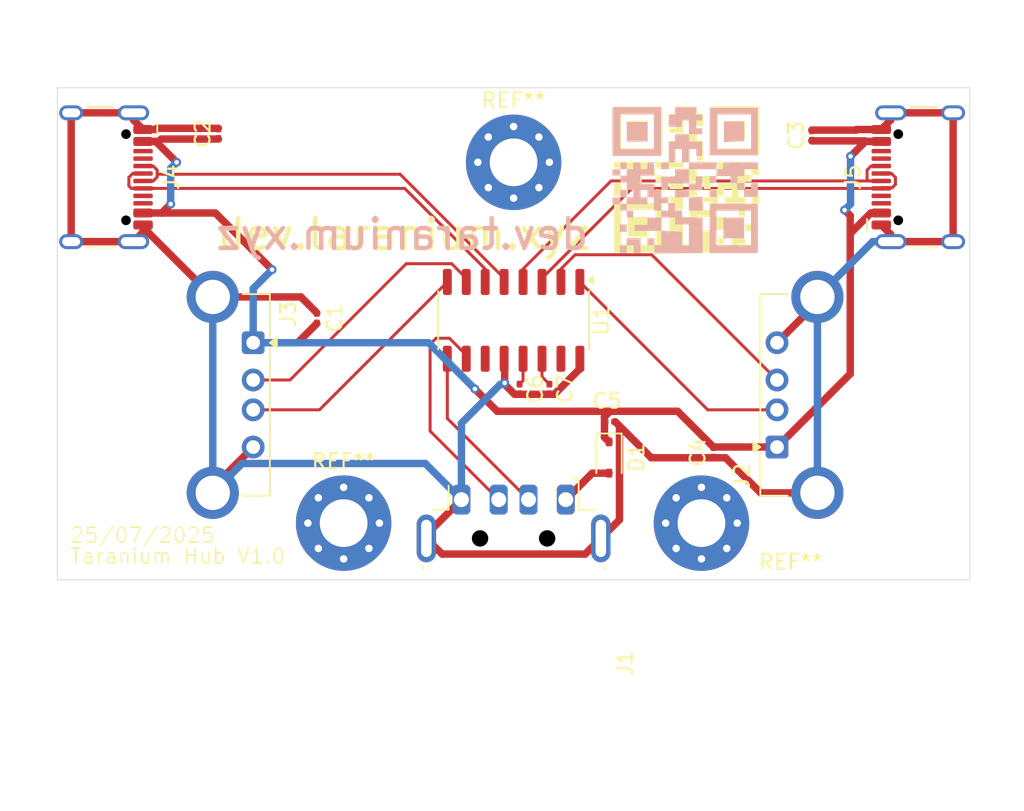
<source format=kicad_pcb>
(kicad_pcb (version 20241229) (generator "pcbnew") (generator_version "9.0")
  (layers (0 "F.Cu" signal) (2 "B.Cu" signal) (13 "F.Paste" user) (15 "B.Paste" user) (5 "F.SilkS" user "F.Silkscreen") (7 "B.SilkS" user "B.Silkscreen") (1 "F.Mask" user) (3 "B.Mask" user) (25 "Edge.Cuts" user))
  (net 0 "")
  (net 3 "GND")
  (net 4 "+5V")
  (net 5 "DM4")
  (net 6 "DP4")
  (net 7 "DM1")
  (net 8 "DP1")
  (net 11 "DM2")
  (net 12 "DP2")
  (net 13 "DP3")
  (net 14 "DM3")
  (net 17 "Net-(J1-D+)")
  (net 18 "Net-(J1-D-)")
  (net 19 "Net-(D1-A)")
  (net 20 "Net-(U1-VDD33)")
  (net 21 "Net-(U1-VDD18)")
  (footprint "Capacitor_SMD:C_0201_0603Metric" (layer "F.Cu") (at 101.8 84.8 -90)
    (property "Reference" "C7" (at 0 -1.05 90) (layer "F.SilkS"))
    (property "Value" "C_Small")
    (pad "1" smd roundrect (at -0.32 0 270) (size 0.46 0.4) (layers "F.Cu" "F.Mask") (net 21 "Net-(U1-VDD18)"))
    (pad "2" smd roundrect (at 0.32 0 270) (size 0.46 0.4) (layers "F.Cu" "F.Mask") (net 3 "GND"))
  )
  (footprint "Connector_USB:USB_A_Connfly_DS1095" (layer "F.Cu") (at 81.9325 81.7 -90)
    (property "Reference" "J3" (at -1.95 -2.35 90) (layer "F.SilkS"))
    (property "Value" "USB_A")
    (fp_line (start -3.26 0.7) (end -3.26 -1.12) (stroke (width 0.12)) (layer "F.SilkS"))
    (fp_line (start 10.26 0.7) (end 10.26 -1.12) (stroke (width 0.12)) (layer "F.SilkS"))
    (fp_line (start -3.26 -1.12) (end -0.3 -1.12) (stroke (width 0.12)) (layer "F.SilkS"))
    (fp_line (start 0.3 -1.12) (end 10.26 -1.12) (stroke (width 0.12)) (layer "F.SilkS"))
    (fp_poly (pts (xy 0 -1.12) (xy -0.34 -1.59) (xy 0.34 -1.59)) (stroke (width 0.12)) (fill yes) (layer "F.SilkS"))
    (pad "1" thru_hole roundrect (at 0 0 270) (size 1.524 1.524) (drill 0.92) (layers "*.Cu" "*.Mask") (roundrect_rratio 0.1640419948) (net 4 "+5V"))
    (pad "2" thru_hole circle (at 2.5 0 270) (size 1.524 1.524) (drill 0.92) (layers "*.Cu" "*.Mask") (net 7 "DM1"))
    (pad "3" thru_hole circle (at 4.5 0 270) (size 1.524 1.524) (drill 0.92) (layers "*.Cu" "*.Mask") (net 8 "DP1"))
    (pad "4" thru_hole circle (at 7 0 270) (size 1.524 1.524) (drill 0.92) (layers "*.Cu" "*.Mask") (net 3 "GND"))
    (pad "5" thru_hole circle (at -3.07 2.71 270) (size 3.5 3.5) (drill 2.3) (layers "*.Cu" "*.Mask") (net 3 "GND"))
    (pad "5" thru_hole circle (at 10.07 2.71 270) (size 3.5 3.5) (drill 2.3) (layers "*.Cu" "*.Mask") (net 3 "GND"))
  )
  (footprint "Package_SO:SO-16_3.9x9.9mm_P1.27mm" (layer "F.Cu") (at 99.4 80.2 -90)
    (property "Reference" "U1" (at 0 -5.9 90) (layer "F.SilkS"))
    (property "Value" "~")
    (fp_line (start 0 5.06) (end -1.95 5.06) (stroke (width 0.12)) (layer "F.SilkS"))
    (fp_line (start 0 5.06) (end 1.95 5.06) (stroke (width 0.12)) (layer "F.SilkS"))
    (fp_line (start 0 -5.06) (end -1.95 -5.06) (stroke (width 0.12)) (layer "F.SilkS"))
    (fp_line (start 0 -5.06) (end 1.95 -5.06) (stroke (width 0.12)) (layer "F.SilkS"))
    (fp_poly (pts (xy -2.7 -5.005) (xy -2.94 -5.335) (xy -2.46 -5.335)) (stroke (width 0.12)) (fill yes) (layer "F.SilkS"))
    (pad "1" smd roundrect (at -2.575 -4.445 270) (size 1.75 0.6) (layers "F.Cu" "F.Mask" "F.Paste") (net 5 "DM4"))
    (pad "2" smd roundrect (at -2.575 -3.175 270) (size 1.75 0.6) (layers "F.Cu" "F.Mask" "F.Paste") (net 6 "DP4"))
    (pad "3" smd roundrect (at -2.575 -1.905 270) (size 1.75 0.6) (layers "F.Cu" "F.Mask" "F.Paste") (net 14 "DM3"))
    (pad "4" smd roundrect (at -2.575 -0.635 270) (size 1.75 0.6) (layers "F.Cu" "F.Mask" "F.Paste") (net 13 "DP3"))
    (pad "5" smd roundrect (at -2.575 0.635 270) (size 1.75 0.6) (layers "F.Cu" "F.Mask" "F.Paste") (net 11 "DM2"))
    (pad "6" smd roundrect (at -2.575 1.905 270) (size 1.75 0.6) (layers "F.Cu" "F.Mask" "F.Paste") (net 12 "DP2"))
    (pad "7" smd roundrect (at -2.575 3.175 270) (size 1.75 0.6) (layers "F.Cu" "F.Mask" "F.Paste") (net 7 "DM1"))
    (pad "8" smd roundrect (at -2.575 4.445 270) (size 1.75 0.6) (layers "F.Cu" "F.Mask" "F.Paste") (net 8 "DP1"))
    (pad "9" smd roundrect (at 2.575 4.445 270) (size 1.75 0.6) (layers "F.Cu" "F.Mask" "F.Paste") (net 18 "Net-(J1-D-)"))
    (pad "10" smd roundrect (at 2.575 3.175 270) (size 1.75 0.6) (layers "F.Cu" "F.Mask" "F.Paste") (net 17 "Net-(J1-D+)"))
    (pad "11" smd roundrect (at 2.575 1.905 270) (size 1.75 0.6) (layers "F.Cu" "F.Mask" "F.Paste"))
    (pad "12" smd roundrect (at 2.575 0.635 270) (size 1.75 0.6) (layers "F.Cu" "F.Mask" "F.Paste") (net 3 "GND"))
    (pad "13" smd roundrect (at 2.575 -0.635 270) (size 1.75 0.6) (layers "F.Cu" "F.Mask" "F.Paste") (net 20 "Net-(U1-VDD33)"))
    (pad "14" smd roundrect (at 2.575 -1.905 270) (size 1.75 0.6) (layers "F.Cu" "F.Mask" "F.Paste") (net 21 "Net-(U1-VDD18)"))
    (pad "15" smd roundrect (at 2.575 -3.175 270) (size 1.75 0.6) (layers "F.Cu" "F.Mask" "F.Paste"))
    (pad "16" smd roundrect (at 2.575 -4.445 270) (size 1.75 0.6) (layers "F.Cu" "F.Mask" "F.Paste") (net 3 "GND"))
  )
  (footprint "Connector_USB:USB_A_Molex_48037-2200_Horizontal" (layer "F.Cu") (at 99.4 103.2 -90)
    (property "Reference" "J1" (at 0 -7.5 90) (layer "F.SilkS"))
    (property "Value" "USB_A")
    (fp_line (start -6.515 6.11) (end -6.245 6.11) (stroke (width 0.12)) (layer "F.SilkS"))
    (fp_line (start -11.92 4.36) (end -10.3 4.36) (stroke (width 0.12)) (layer "F.SilkS"))
    (fp_line (start -10.3 4.36) (end -10.3 5.4) (stroke (width 0.12)) (layer "F.SilkS"))
    (fp_line (start -12.4 -4.36) (end -12.4 -3.9) (stroke (width 0.12)) (layer "F.SilkS"))
    (fp_line (start -12.4 -4.36) (end -10.3 -4.36) (stroke (width 0.12)) (layer "F.SilkS"))
    (fp_line (start -10.3 -5.4) (end -10.3 -4.36) (stroke (width 0.12)) (layer "F.SilkS"))
    (fp_line (start -6.515 -6.11) (end -6.245 -6.11) (stroke (width 0.12)) (layer "F.SilkS"))
    (pad "" np_thru_hole circle (at -8.375 -2.25 270) (size 1.1 1.1) (drill 1.1) (layers "*.Mask"))
    (pad "" np_thru_hole circle (at -8.375 2.25 270) (size 1.1 1.1) (drill 1.1) (layers "*.Mask"))
    (pad "1" thru_hole roundrect (at -10.975 -3.5 270) (size 2 1.2) (drill 1) (layers "*.Cu" "F.Mask" "F.Paste") (net 19 "Net-(D1-A)"))
    (pad "2" thru_hole roundrect (at -10.975 -1 270) (size 2 1.2) (drill 1) (layers "*.Cu" "F.Mask" "F.Paste") (net 18 "Net-(J1-D-)"))
    (pad "3" thru_hole roundrect (at -10.975 1 270) (size 2 1.2) (drill 1) (layers "*.Cu" "F.Mask" "F.Paste") (net 17 "Net-(J1-D+)"))
    (pad "4" thru_hole roundrect (at -10.975 3.5 270) (size 2 1.2) (drill 1) (layers "*.Cu" "F.Mask" "F.Paste") (net 3 "GND"))
    (pad "5" thru_hole oval (at -8.375 -5.85 270) (size 3.2 1.3) (drill oval 2.5 0.7) (property pad_prop_heatsink) (layers "*.Cu" "*.Mask") (net 3 "GND"))
    (pad "5" thru_hole oval (at -8.375 5.85 270) (size 3.2 1.3) (drill oval 2.5 0.7) (property pad_prop_heatsink) (layers "*.Cu" "*.Mask") (net 3 "GND"))
  )
  (footprint "Connector_USB:USB_C_Receptacle_HCTL_HC-TYPE-C-16P-01A" (layer "F.Cu") (at 127.805 70.6 90)
    (property "Reference" "J5" (at 0 -5.645 90) (layer "F.SilkS"))
    (property "Value" "USB_C_Receptacle_USB2.0_16P")
    (fp_line (start -2.8 -4.7) (end -3.6 -4.7) (stroke (width 0.12)) (layer "F.SilkS"))
    (fp_line (start 4.7 -1.78) (end 4.7 0) (stroke (width 0.12)) (layer "F.SilkS"))
    (fp_line (start -4.7 -1.78) (end -4.7 0) (stroke (width 0.12)) (layer "F.SilkS"))
    (pad "" np_thru_hole circle (at -2.89 -2.605 90) (size 0.65 0.65) (drill 0.65) (layers "*.Mask"))
    (pad "" np_thru_hole circle (at 2.89 -2.605 90) (size 0.65 0.65) (drill 0.65) (layers "*.Mask"))
    (pad "A1" smd roundrect (at -3.2 -3.745 90) (size 0.6 1.3) (layers "F.Cu" "F.Mask" "F.Paste") (net 3 "GND"))
    (pad "A4" smd roundrect (at -2.4 -3.745 90) (size 0.6 1.3) (layers "F.Cu" "F.Mask" "F.Paste") (net 4 "+5V"))
    (pad "A5" smd roundrect (at -1.25 -3.745 90) (size 0.3 1.3) (layers "F.Cu" "F.Mask" "F.Paste") (net 3 "GND"))
    (pad "A6" smd roundrect (at -0.25 -3.745 90) (size 0.3 1.3) (layers "F.Cu" "F.Mask" "F.Paste") (net 13 "DP3"))
    (pad "A7" smd roundrect (at 0.25 -3.745 90) (size 0.3 1.3) (layers "F.Cu" "F.Mask" "F.Paste") (net 14 "DM3"))
    (pad "A8" smd roundrect (at 1.25 -3.745 90) (size 0.3 1.3) (layers "F.Cu" "F.Mask" "F.Paste"))
    (pad "A9" smd roundrect (at 2.4 -3.745 90) (size 0.6 1.3) (layers "F.Cu" "F.Mask" "F.Paste") (net 4 "+5V"))
    (pad "A12" smd roundrect (at 3.2 -3.745 90) (size 0.6 1.3) (layers "F.Cu" "F.Mask" "F.Paste") (net 3 "GND"))
    (pad "B1" smd roundrect (at 3.2 -3.745 90) (size 0.6 1.3) (layers "F.Cu" "F.Mask" "F.Paste") (net 3 "GND"))
    (pad "B4" smd roundrect (at 2.4 -3.745 90) (size 0.6 1.3) (layers "F.Cu" "F.Mask" "F.Paste") (net 4 "+5V"))
    (pad "B5" smd roundrect (at 1.75 -3.745 90) (size 0.3 1.3) (layers "F.Cu" "F.Mask" "F.Paste") (net 3 "GND"))
    (pad "B6" smd roundrect (at 0.75 -3.745 90) (size 0.3 1.3) (layers "F.Cu" "F.Mask" "F.Paste") (net 13 "DP3"))
    (pad "B7" smd roundrect (at -0.75 -3.745 90) (size 0.3 1.3) (layers "F.Cu" "F.Mask" "F.Paste") (net 14 "DM3"))
    (pad "B8" smd roundrect (at -1.75 -3.745 90) (size 0.3 1.3) (layers "F.Cu" "F.Mask" "F.Paste"))
    (pad "B9" smd roundrect (at -2.4 -3.745 90) (size 0.6 1.3) (layers "F.Cu" "F.Mask" "F.Paste") (net 4 "+5V"))
    (pad "B12" smd roundrect (at -3.2 -3.745 90) (size 0.6 1.3) (layers "F.Cu" "F.Mask" "F.Paste") (net 3 "GND"))
    (pad "S1" thru_hole oval (at -4.32 -3.105 90) (size 1 2.1) (drill oval 0.6 1.7) (property pad_prop_heatsink) (layers "*.Cu" "*.Mask") (net 3 "GND"))
    (pad "S1" thru_hole oval (at -4.32 1.075 90) (size 1 1.6) (drill oval 0.6 1.2) (property pad_prop_heatsink) (layers "*.Cu" "*.Mask") (net 3 "GND"))
    (pad "S1" thru_hole oval (at 4.32 -3.105 90) (size 1 2.1) (drill oval 0.6 1.7) (property pad_prop_heatsink) (layers "*.Cu" "*.Mask") (net 3 "GND"))
    (pad "S1" thru_hole oval (at 4.32 1.075 90) (size 1 1.6) (drill oval 0.6 1.2) (property pad_prop_heatsink) (layers "*.Cu" "*.Mask") (net 3 "GND"))
  )
  (footprint "MountingHole:MountingHole_3.2mm_M3_Pad_Via" (layer "F.Cu") (at 112 93.8)
    (property "Reference" "REF**" (at 6 2.6 0) (layer "F.SilkS"))
    (property "Value" "MountingHole_3.2mm_M3_Pad_Via")
    (pad "1" thru_hole circle (at -2.4 0) (size 0.8 0.8) (drill 0.5) (layers "*.Cu" "*.Mask"))
    (pad "1" thru_hole circle (at -1.697056 -1.697056) (size 0.8 0.8) (drill 0.5) (layers "*.Cu" "*.Mask"))
    (pad "1" thru_hole circle (at -1.697056 1.697056) (size 0.8 0.8) (drill 0.5) (layers "*.Cu" "*.Mask"))
    (pad "1" thru_hole circle (at 0 -2.4) (size 0.8 0.8) (drill 0.5) (layers "*.Cu" "*.Mask"))
    (pad "1" thru_hole circle (at 0 0) (size 6.4 6.4) (drill 3.2) (layers "*.Cu" "*.Mask"))
    (pad "1" thru_hole circle (at 0 2.4) (size 0.8 0.8) (drill 0.5) (layers "*.Cu" "*.Mask"))
    (pad "1" thru_hole circle (at 1.697056 -1.697056) (size 0.8 0.8) (drill 0.5) (layers "*.Cu" "*.Mask"))
    (pad "1" thru_hole circle (at 1.697056 1.697056) (size 0.8 0.8) (drill 0.5) (layers "*.Cu" "*.Mask"))
    (pad "1" thru_hole circle (at 2.4 0) (size 0.8 0.8) (drill 0.5) (layers "*.Cu" "*.Mask"))
  )
  (footprint "Capacitor_SMD:C_0201_0603Metric" (layer "F.Cu") (at 105.855 87 180)
    (property "Reference" "C5" (at 0.19 1.4 0) (layer "F.SilkS"))
    (property "Value" "C_Small")
    (pad "1" smd roundrect (at -0.32 0 180) (size 0.46 0.4) (layers "F.Cu" "F.Mask") (net 3 "GND"))
    (pad "2" smd roundrect (at 0.32 0 180) (size 0.46 0.4) (layers "F.Cu" "F.Mask") (net 4 "+5V"))
  )
  (footprint "Capacitor_SMD:C_0201_0603Metric" (layer "F.Cu") (at 112.8 89.055 90)
    (property "Reference" "C4" (at 0 -1.05 90) (layer "F.SilkS"))
    (property "Value" "C_Small")
    (pad "1" smd roundrect (at -0.32 0 90) (size 0.46 0.4) (layers "F.Cu" "F.Mask") (net 3 "GND"))
    (pad "2" smd roundrect (at 0.32 0 90) (size 0.46 0.4) (layers "F.Cu" "F.Mask") (net 4 "+5V"))
  )
  (footprint "Capacitor_SMD:C_0201_0603Metric" (layer "F.Cu") (at 99.8 84.8 -90)
    (property "Reference" "C6" (at 0 -1.05 90) (layer "F.SilkS"))
    (property "Value" "C_Small")
    (pad "1" smd roundrect (at -0.32 0 270) (size 0.46 0.4) (layers "F.Cu" "F.Mask") (net 20 "Net-(U1-VDD33)"))
    (pad "2" smd roundrect (at 0.32 0 270) (size 0.46 0.4) (layers "F.Cu" "F.Mask") (net 3 "GND"))
  )
  (footprint "Diode_SMD:D_SOD-323" (layer "F.Cu") (at 105.8 89.4 -90)
    (property "Reference" "D1" (at 0 -1.85 90) (layer "F.SilkS"))
    (property "Value" "D_Small")
    (fp_line (start -1.61 0.85) (end 1.05 0.85) (stroke (width 0.12)) (layer "F.SilkS"))
    (fp_line (start -1.61 -0.85) (end -1.61 0.85) (stroke (width 0.12)) (layer "F.SilkS"))
    (fp_line (start -1.61 -0.85) (end 1.05 -0.85) (stroke (width 0.12)) (layer "F.SilkS"))
    (pad "1" smd roundrect (at -1.05 0 270) (size 0.6 0.45) (layers "F.Cu" "F.Mask" "F.Paste") (net 4 "+5V"))
    (pad "2" smd roundrect (at 1.05 0 270) (size 0.6 0.45) (layers "F.Cu" "F.Mask" "F.Paste") (net 19 "Net-(D1-A)"))
  )
  (footprint "Capacitor_SMD:C_0201_0603Metric" (layer "F.Cu") (at 79.6 67.68 90)
    (property "Reference" "C2" (at 0 -1.05 90) (layer "F.SilkS"))
    (property "Value" "C_Small")
    (pad "1" smd roundrect (at -0.32 0 90) (size 0.46 0.4) (layers "F.Cu" "F.Mask") (net 4 "+5V"))
    (pad "2" smd roundrect (at 0.32 0 90) (size 0.46 0.4) (layers "F.Cu" "F.Mask") (net 3 "GND"))
  )
  (footprint "MountingHole:MountingHole_3.2mm_M3_Pad_Via" (layer "F.Cu") (at 99.4 69.6)
    (property "Reference" "REF**" (at 0 -4.15 0) (layer "F.SilkS"))
    (property "Value" "MountingHole_3.2mm_M3_Pad_Via")
    (pad "1" thru_hole circle (at -2.4 0) (size 0.8 0.8) (drill 0.5) (layers "*.Cu" "*.Mask"))
    (pad "1" thru_hole circle (at -1.697056 -1.697056) (size 0.8 0.8) (drill 0.5) (layers "*.Cu" "*.Mask"))
    (pad "1" thru_hole circle (at -1.697056 1.697056) (size 0.8 0.8) (drill 0.5) (layers "*.Cu" "*.Mask"))
    (pad "1" thru_hole circle (at 0 -2.4) (size 0.8 0.8) (drill 0.5) (layers "*.Cu" "*.Mask"))
    (pad "1" thru_hole circle (at 0 0) (size 6.4 6.4) (drill 3.2) (layers "*.Cu" "*.Mask"))
    (pad "1" thru_hole circle (at 0 2.4) (size 0.8 0.8) (drill 0.5) (layers "*.Cu" "*.Mask"))
    (pad "1" thru_hole circle (at 1.697056 -1.697056) (size 0.8 0.8) (drill 0.5) (layers "*.Cu" "*.Mask"))
    (pad "1" thru_hole circle (at 1.697056 1.697056) (size 0.8 0.8) (drill 0.5) (layers "*.Cu" "*.Mask"))
    (pad "1" thru_hole circle (at 2.4 0) (size 0.8 0.8) (drill 0.5) (layers "*.Cu" "*.Mask"))
  )
  (footprint "MountingHole:MountingHole_3.2mm_M3_Pad_Via" (layer "F.Cu") (at 88 93.8)
    (property "Reference" "REF**" (at 0 -4.15 0) (layer "F.SilkS"))
    (property "Value" "MountingHole_3.2mm_M3_Pad_Via")
    (pad "1" thru_hole circle (at -2.4 0) (size 0.8 0.8) (drill 0.5) (layers "*.Cu" "*.Mask"))
    (pad "1" thru_hole circle (at -1.697056 -1.697056) (size 0.8 0.8) (drill 0.5) (layers "*.Cu" "*.Mask"))
    (pad "1" thru_hole circle (at -1.697056 1.697056) (size 0.8 0.8) (drill 0.5) (layers "*.Cu" "*.Mask"))
    (pad "1" thru_hole circle (at 0 -2.4) (size 0.8 0.8) (drill 0.5) (layers "*.Cu" "*.Mask"))
    (pad "1" thru_hole circle (at 0 0) (size 6.4 6.4) (drill 3.2) (layers "*.Cu" "*.Mask"))
    (pad "1" thru_hole circle (at 0 2.4) (size 0.8 0.8) (drill 0.5) (layers "*.Cu" "*.Mask"))
    (pad "1" thru_hole circle (at 1.697056 -1.697056) (size 0.8 0.8) (drill 0.5) (layers "*.Cu" "*.Mask"))
    (pad "1" thru_hole circle (at 1.697056 1.697056) (size 0.8 0.8) (drill 0.5) (layers "*.Cu" "*.Mask"))
    (pad "1" thru_hole circle (at 2.4 0) (size 0.8 0.8) (drill 0.5) (layers "*.Cu" "*.Mask"))
  )
  (footprint "Capacitor_SMD:C_0201_0603Metric" (layer "F.Cu") (at 119.4 67.8 90)
    (property "Reference" "C3" (at 0 -1.05 90) (layer "F.SilkS"))
    (property "Value" "C_Small")
    (pad "1" smd roundrect (at -0.32 0 90) (size 0.46 0.4) (layers "F.Cu" "F.Mask") (net 4 "+5V"))
    (pad "2" smd roundrect (at 0.32 0 90) (size 0.46 0.4) (layers "F.Cu" "F.Mask") (net 3 "GND"))
  )
  (footprint "Capacitor_SMD:C_0201_0603Metric" (layer "F.Cu") (at 86.2 80.055 90)
    (property "Reference" "C1" (at 0 1.2 90) (layer "F.SilkS"))
    (property "Value" "C_Small")
    (pad "1" smd roundrect (at -0.32 0 90) (size 0.46 0.4) (layers "F.Cu" "F.Mask") (net 4 "+5V"))
    (pad "2" smd roundrect (at 0.32 0 90) (size 0.46 0.4) (layers "F.Cu" "F.Mask") (net 3 "GND"))
  )
  (footprint "Connector_USB:USB_C_Receptacle_HCTL_HC-TYPE-C-16P-01A" (layer "F.Cu") (at 70.8 70.6 -90)
    (property "Reference" "J4" (at 0 -5.645 90) (layer "F.SilkS"))
    (property "Value" "USB_C_Receptacle_USB2.0_16P")
    (fp_line (start -4.7 -1.78) (end -4.7 0) (stroke (width 0.12)) (layer "F.SilkS"))
    (fp_line (start 4.7 -1.78) (end 4.7 0) (stroke (width 0.12)) (layer "F.SilkS"))
    (fp_line (start -2.8 -4.7) (end -3.6 -4.7) (stroke (width 0.12)) (layer "F.SilkS"))
    (pad "" np_thru_hole circle (at -2.89 -2.605 270) (size 0.65 0.65) (drill 0.65) (layers "*.Mask"))
    (pad "" np_thru_hole circle (at 2.89 -2.605 270) (size 0.65 0.65) (drill 0.65) (layers "*.Mask"))
    (pad "A1" smd roundrect (at -3.2 -3.745 270) (size 0.6 1.3) (layers "F.Cu" "F.Mask" "F.Paste") (net 3 "GND"))
    (pad "A4" smd roundrect (at -2.4 -3.745 270) (size 0.6 1.3) (layers "F.Cu" "F.Mask" "F.Paste") (net 4 "+5V"))
    (pad "A5" smd roundrect (at -1.25 -3.745 270) (size 0.3 1.3) (layers "F.Cu" "F.Mask" "F.Paste") (net 3 "GND"))
    (pad "A6" smd roundrect (at -0.25 -3.745 270) (size 0.3 1.3) (layers "F.Cu" "F.Mask" "F.Paste") (net 12 "DP2"))
    (pad "A7" smd roundrect (at 0.25 -3.745 270) (size 0.3 1.3) (layers "F.Cu" "F.Mask" "F.Paste") (net 11 "DM2"))
    (pad "A8" smd roundrect (at 1.25 -3.745 270) (size 0.3 1.3) (layers "F.Cu" "F.Mask" "F.Paste"))
    (pad "A9" smd roundrect (at 2.4 -3.745 270) (size 0.6 1.3) (layers "F.Cu" "F.Mask" "F.Paste") (net 4 "+5V"))
    (pad "A12" smd roundrect (at 3.2 -3.745 270) (size 0.6 1.3) (layers "F.Cu" "F.Mask" "F.Paste") (net 3 "GND"))
    (pad "B1" smd roundrect (at 3.2 -3.745 270) (size 0.6 1.3) (layers "F.Cu" "F.Mask" "F.Paste") (net 3 "GND"))
    (pad "B4" smd roundrect (at 2.4 -3.745 270) (size 0.6 1.3) (layers "F.Cu" "F.Mask" "F.Paste") (net 4 "+5V"))
    (pad "B5" smd roundrect (at 1.75 -3.745 270) (size 0.3 1.3) (layers "F.Cu" "F.Mask" "F.Paste") (net 3 "GND"))
    (pad "B6" smd roundrect (at 0.75 -3.745 270) (size 0.3 1.3) (layers "F.Cu" "F.Mask" "F.Paste") (net 12 "DP2"))
    (pad "B7" smd roundrect (at -0.75 -3.745 270) (size 0.3 1.3) (layers "F.Cu" "F.Mask" "F.Paste") (net 11 "DM2"))
    (pad "B8" smd roundrect (at -1.75 -3.745 270) (size 0.3 1.3) (layers "F.Cu" "F.Mask" "F.Paste"))
    (pad "B9" smd roundrect (at -2.4 -3.745 270) (size 0.6 1.3) (layers "F.Cu" "F.Mask" "F.Paste") (net 4 "+5V"))
    (pad "B12" smd roundrect (at -3.2 -3.745 270) (size 0.6 1.3) (layers "F.Cu" "F.Mask" "F.Paste") (net 3 "GND"))
    (pad "S1" thru_hole oval (at -4.32 -3.105 270) (size 1 2.1) (drill oval 0.6 1.7) (property pad_prop_heatsink) (layers "*.Cu" "*.Mask") (net 3 "GND"))
    (pad "S1" thru_hole oval (at -4.32 1.075 270) (size 1 1.6) (drill oval 0.6 1.2) (property pad_prop_heatsink) (layers "*.Cu" "*.Mask") (net 3 "GND"))
    (pad "S1" thru_hole oval (at 4.32 -3.105 270) (size 1 2.1) (drill oval 0.6 1.7) (property pad_prop_heatsink) (layers "*.Cu" "*.Mask") (net 3 "GND"))
    (pad "S1" thru_hole oval (at 4.32 1.075 270) (size 1 1.6) (drill oval 0.6 1.2) (property pad_prop_heatsink) (layers "*.Cu" "*.Mask") (net 3 "GND"))
  )
  (footprint "Connector_USB:USB_A_Connfly_DS1095" (layer "F.Cu") (at 117.0675 88.7 90)
    (property "Reference" "J2" (at -1.95 -2.35 90) (layer "F.SilkS"))
    (property "Value" "USB_A")
    (fp_line (start 0.3 -1.12) (end 10.26 -1.12) (stroke (width 0.12)) (layer "F.SilkS"))
    (fp_line (start -3.26 -1.12) (end -0.3 -1.12) (stroke (width 0.12)) (layer "F.SilkS"))
    (fp_line (start 10.26 0.7) (end 10.26 -1.12) (stroke (width 0.12)) (layer "F.SilkS"))
    (fp_line (start -3.26 0.7) (end -3.26 -1.12) (stroke (width 0.12)) (layer "F.SilkS"))
    (fp_poly (pts (xy 0 -1.12) (xy -0.34 -1.59) (xy 0.34 -1.59)) (stroke (width 0.12)) (fill yes) (layer "F.SilkS"))
    (pad "1" thru_hole roundrect (at 0 0 90) (size 1.524 1.524) (drill 0.92) (layers "*.Cu" "*.Mask") (roundrect_rratio 0.1640419948) (net 4 "+5V"))
    (pad "2" thru_hole circle (at 2.5 0 90) (size 1.524 1.524) (drill 0.92) (layers "*.Cu" "*.Mask") (net 5 "DM4"))
    (pad "3" thru_hole circle (at 4.5 0 90) (size 1.524 1.524) (drill 0.92) (layers "*.Cu" "*.Mask") (net 6 "DP4"))
    (pad "4" thru_hole circle (at 7 0 90) (size 1.524 1.524) (drill 0.92) (layers "*.Cu" "*.Mask") (net 3 "GND"))
    (pad "5" thru_hole circle (at -3.07 2.71 90) (size 3.5 3.5) (drill 2.3) (layers "*.Cu" "*.Mask") (net 3 "GND"))
    (pad "5" thru_hole circle (at 10.07 2.71 90) (size 3.5 3.5) (drill 2.3) (layers "*.Cu" "*.Mask") (net 3 "GND"))
  )
  (gr_poly (pts (xy 112.156249 72.789062) (xy 112.586197 72.789062) (xy 112.61927 72.789062) (xy 112.61927 73.252083) (xy 112.586197 73.252083) (xy 111.693229 73.252083) (xy 111.693229 73.715104) (xy 110.767187 73.715104) (xy 110.767187 75.104166) (xy 111.230208 75.104166) (xy 111.230208 74.211198) (xy 112.61927 74.145052) (xy 112.61927 75.104166) (xy 113.082291 75.104166) (xy 113.082291 75.666406) (xy 109.841145 75.633333) (xy 109.841145 73.252083) (xy 111.197135 73.252083) (xy 111.230208 72.789062) (xy 111.693229 72.789062) (xy 111.693229 72.292968) (xy 112.156249 72.292968)) (fill yes) (layer "F.SilkS"))
  (gr_poly (pts (xy 113.545312 75.104166) (xy 113.082291 75.104166) (xy 113.082291 74.641146) (xy 113.545312 74.641146)) (fill yes) (layer "F.SilkS"))
  (gr_poly (pts (xy 114.934375 75.104166) (xy 114.471353 75.104166) (xy 114.471353 75.633333) (xy 114.008333 75.633333) (xy 114.008333 74.641146) (xy 114.934375 74.641146)) (fill yes) (layer "F.SilkS"))
  (gr_poly (pts (xy 111.693229 66.339844) (xy 112.123176 66.339844) (xy 112.123176 67.166667) (xy 111.230208 67.166667) (xy 111.230208 66.736719) (xy 110.767187 66.736719) (xy 110.767187 67.66276) (xy 109.874218 67.66276) (xy 109.874218 67.265885) (xy 110.271093 67.265885) (xy 110.271093 66.736719) (xy 109.874218 66.736719) (xy 109.874218 66.339844) (xy 110.271093 66.339844) (xy 110.271093 65.84375) (xy 111.693229 65.84375)) (fill yes) (layer "F.SilkS"))
  (gr_poly (pts (xy 108.41901 68.191927) (xy 107.063021 68.125781) (xy 107.063021 66.802865) (xy 108.41901 66.802865)) (fill yes) (layer "F.SilkS"))
  (gr_poly (pts (xy 111.693229 68.158854) (xy 112.123176 68.158854) (xy 112.123176 69.547916) (xy 111.693229 69.547916) (xy 111.693229 68.654948) (xy 111.230208 68.654948) (xy 111.230208 69.547916) (xy 110.767187 69.547916) (xy 110.767187 68.654948) (xy 110.271093 68.654948) (xy 110.271093 69.117969) (xy 109.874218 69.117969) (xy 109.874218 68.158854) (xy 110.767187 68.158854) (xy 110.767187 67.66276) (xy 111.693229 67.66276)) (fill yes) (layer "F.SilkS"))
  (gr_poly (pts (xy 114.934375 73.252083) (xy 114.504427 73.252083) (xy 114.504427 72.789062) (xy 114.934375 72.789062)) (fill yes) (layer "F.SilkS"))
  (gr_poly (pts (xy 109.378125 75.633333) (xy 106.136979 75.633333) (xy 106.136979 75.104166) (xy 106.6 75.104166) (xy 108.915104 75.104166) (xy 108.915104 72.789062) (xy 106.6 72.789062) (xy 106.6 75.104166) (xy 106.136979 75.104166) (xy 106.136979 72.326041) (xy 109.378125 72.326041)) (fill yes) (layer "F.SilkS"))
  (gr_poly (pts (xy 113.545312 73.748177) (xy 114.405208 73.748177) (xy 114.405208 74.145052) (xy 112.61927 74.145052) (xy 112.61927 73.252083) (xy 113.545312 73.252083)) (fill yes) (layer "F.SilkS"))
  (gr_poly (pts (xy 110.304166 70.970052) (xy 110.767187 70.970052) (xy 110.767187 71.4) (xy 109.841145 71.4) (xy 109.874218 70.507031) (xy 110.304166 70.507031)) (fill yes) (layer "F.SilkS"))
  (gr_poly (pts (xy 108.452083 74.641146) (xy 107.063021 74.641146) (xy 107.063021 73.252083) (xy 108.452083 73.252083)) (fill yes) (layer "F.SilkS"))
  (gr_poly (pts (xy 109.378125 70.936979) (xy 108.915104 70.936979) (xy 108.915104 70.473958) (xy 109.378125 70.473958)) (fill yes) (layer "F.SilkS"))
  (gr_poly (pts (xy 110.767187 71.896093) (xy 110.767187 72.789062) (xy 109.841145 72.789062) (xy 109.841145 71.86302)) (fill yes) (layer "F.SilkS"))
  (gr_poly (pts (xy 115.397395 74.211198) (xy 114.934375 74.211198) (xy 114.934375 74.145052) (xy 114.934375 73.715104) (xy 115.397395 73.715104)) (fill yes) (layer "F.SilkS"))
  (gr_poly (pts (xy 115.364323 72.789062) (xy 114.934375 72.789062) (xy 114.934375 72.359114) (xy 115.364323 72.359114)) (fill yes) (layer "F.SilkS"))
  (gr_poly (pts (xy 109.378125 69.084896) (xy 106.136979 69.084896) (xy 106.136979 68.654948) (xy 106.6 68.654948) (xy 108.882031 68.654948) (xy 108.882031 66.339844) (xy 106.6 66.339844) (xy 106.6 68.654948) (xy 106.136979 68.654948) (xy 106.136979 65.876823) (xy 109.378125 65.876823)) (fill yes) (layer "F.SilkS"))
  (gr_poly (pts (xy 108.485156 70.010937) (xy 108.915104 70.010937) (xy 108.915104 70.04401) (xy 108.915104 70.473958) (xy 107.989062 70.473958) (xy 107.989062 70.936979) (xy 107.526041 70.936979) (xy 107.526041 70.473958) (xy 107.063021 70.473958) (xy 107.063021 70.010937) (xy 106.136979 70.010937) (xy 106.136979 69.547916) (xy 108.452083 69.547916)) (fill yes) (layer "F.SilkS"))
  (gr_poly (pts (xy 111.693229 71.896093) (xy 110.767187 71.896093) (xy 110.767187 71.433073) (xy 111.693229 71.4)) (fill yes) (layer "F.SilkS"))
  (gr_poly (pts (xy 113.545312 70.010937) (xy 114.008333 70.010937) (xy 114.008333 69.547916) (xy 114.504427 69.547916) (xy 114.504427 70.010937) (xy 114.934375 70.010937) (xy 114.934375 70.440885) (xy 115.364323 70.440885) (xy 115.364323 70.903906) (xy 114.934375 70.903906) (xy 114.934375 71.4) (xy 114.504427 71.4) (xy 114.504427 71.896093) (xy 114.934375 71.896093) (xy 114.934375 72.359114) (xy 113.545312 72.359114) (xy 113.545312 71.896093) (xy 114.008333 71.896093) (xy 114.008333 71.4) (xy 113.545312 71.4) (xy 113.545312 71.896093) (xy 113.115364 71.896093) (xy 113.115364 72.789062) (xy 112.61927 72.789062) (xy 112.61927 72.292968) (xy 112.156249 72.292968) (xy 112.156249 71.896093) (xy 112.61927 71.896093) (xy 112.61927 71.4) (xy 113.082291 71.4) (xy 113.082291 70.970052) (xy 114.008333 70.970052) (xy 114.008333 70.440885) (xy 113.082291 70.440885) (xy 113.115364 69.547916) (xy 113.545312 69.547916)) (fill yes) (layer "F.SilkS"))
  (gr_poly (pts (xy 109.378125 71.433073) (xy 109.378125 71.86302) (xy 108.915104 71.86302) (xy 108.915104 71.4)) (fill yes) (layer "F.SilkS"))
  (gr_poly (pts (xy 106.6 71.4) (xy 107.063021 71.4) (xy 107.063021 71.86302) (xy 106.136979 71.86302) (xy 106.136979 70.936979) (xy 106.6 70.936979)) (fill yes) (layer "F.SilkS"))
  (gr_poly (pts (xy 107.526041 71.4) (xy 107.063021 71.4) (xy 107.029948 70.936979) (xy 107.526041 70.936979)) (fill yes) (layer "F.SilkS"))
  (gr_poly (pts (xy 115.893489 72.359114) (xy 115.364323 72.359114) (xy 115.364323 71.896093) (xy 115.893489 71.896093)) (fill yes) (layer "F.SilkS"))
  (gr_poly (pts (xy 115.893489 70.440885) (xy 115.364323 70.440885) (xy 115.364323 70.010937) (xy 115.893489 70.010937)) (fill yes) (layer "F.SilkS"))
  (gr_poly (pts (xy 115.364323 71.896093) (xy 114.934375 71.896093) (xy 114.934375 71.4) (xy 115.364323 71.4)) (fill yes) (layer "F.SilkS"))
  (gr_poly (pts (xy 114.934375 68.158854) (xy 113.545312 68.158854) (xy 113.545312 66.835937) (xy 114.934375 66.835937)) (fill yes) (layer "F.SilkS"))
  (gr_poly (pts (xy 115.364323 70.010937) (xy 114.934375 70.010937) (xy 114.934375 69.547916) (xy 115.364323 69.547916)) (fill yes) (layer "F.SilkS"))
  (gr_poly (pts (xy 112.61927 70.010937) (xy 112.123176 70.010937) (xy 112.123176 69.547916) (xy 112.61927 69.547916)) (fill yes) (layer "F.SilkS"))
  (gr_poly (pts (xy 111.693229 70.507031) (xy 112.61927 70.507031) (xy 112.61927 71.4) (xy 112.156249 71.4) (xy 112.156249 70.970052) (xy 110.767187 70.970052) (xy 110.767187 70.04401) (xy 110.767187 70.010937) (xy 111.693229 70.010937)) (fill yes) (layer "F.SilkS"))
  (gr_poly (pts (xy 115.397395 75.633333) (xy 114.934375 75.633333) (xy 114.934375 75.104166) (xy 115.397395 75.104166)) (fill yes) (layer "F.SilkS"))
  (gr_poly (pts (xy 115.893489 69.117969) (xy 112.61927 69.117969) (xy 112.61927 68.654948) (xy 113.115364 68.654948) (xy 115.364323 68.654948) (xy 115.364323 66.339844) (xy 113.115364 66.339844) (xy 113.115364 68.654948) (xy 112.61927 68.654948) (xy 112.61927 65.84375) (xy 115.893489 65.84375)) (fill yes) (layer "F.SilkS"))
  (gr_poly (pts (xy 110.767187 70.010937) (xy 108.915104 70.010937) (xy 108.882031 69.547916) (xy 110.767187 69.547916)) (fill yes) (layer "F.SilkS"))
  (gr_poly (pts (xy 113.471093 74.69323) (xy 114.860155 74.69323) (xy 114.860155 73.304167) (xy 113.471093 73.304167)) (fill yes) (layer "B.SilkS"))
  (gr_poly (pts (xy 110.229947 70.559115) (xy 109.303906 70.559115) (xy 109.303906 71.452084) (xy 109.766927 71.452084) (xy 109.766927 71.022136) (xy 111.155989 71.022136) (xy 111.155989 70.096094) (xy 111.155989 70.063021) (xy 110.229947 70.063021)) (fill yes) (layer "B.SilkS"))
  (gr_poly (pts (xy 108.377864 70.063021) (xy 107.914843 70.063021) (xy 107.914843 69.6) (xy 107.418749 69.6) (xy 107.418749 70.063021) (xy 106.988801 70.063021) (xy 106.988801 70.492969) (xy 106.558853 70.492969) (xy 106.558853 70.95599) (xy 106.988801 70.95599) (xy 106.988801 71.452084) (xy 107.418749 71.452084) (xy 107.418749 71.948177) (xy 106.988801 71.948177) (xy 106.988801 72.411198) (xy 108.377864 72.411198) (xy 108.377864 71.948177) (xy 107.914843 71.948177) (xy 107.914843 71.452084) (xy 108.377864 71.452084) (xy 108.377864 71.948177) (xy 108.807812 71.948177) (xy 108.807812 72.841146) (xy 109.303906 72.841146) (xy 109.303906 72.345052) (xy 109.766927 72.345052) (xy 109.766927 71.948177) (xy 109.303906 71.948177) (xy 109.303906 71.452084) (xy 108.840885 71.452084) (xy 108.840885 71.022136) (xy 107.914843 71.022136) (xy 107.914843 70.492969) (xy 108.840885 70.492969) (xy 108.807812 69.6) (xy 108.377864 69.6)) (fill yes) (layer "B.SilkS"))
  (gr_poly (pts (xy 113.43802 70.063021) (xy 113.008072 70.063021) (xy 113.008072 70.096094) (xy 113.008072 70.526042) (xy 113.934114 70.526042) (xy 113.934114 70.989063) (xy 114.397135 70.989063) (xy 114.397135 70.526042) (xy 114.860155 70.526042) (xy 114.860155 70.063021) (xy 115.786197 70.063021) (xy 115.786197 69.6) (xy 113.471093 69.6)) (fill yes) (layer "B.SilkS"))
  (gr_poly (pts (xy 111.155989 71.948177) (xy 111.155989 72.841146) (xy 112.082031 72.841146) (xy 112.082031 71.915104)) (fill yes) (layer "B.SilkS"))
  (gr_poly (pts (xy 109.766927 72.841146) (xy 109.336979 72.841146) (xy 109.303906 72.841146) (xy 109.303906 73.304167) (xy 109.336979 73.304167) (xy 110.229947 73.304167) (xy 110.229947 73.767188) (xy 111.155989 73.767188) (xy 111.155989 75.15625) (xy 110.692968 75.15625) (xy 110.692968 74.263282) (xy 109.303906 74.197136) (xy 109.303906 75.15625) (xy 108.840885 75.15625) (xy 108.840885 75.71849) (xy 112.082031 75.685417) (xy 112.082031 73.304167) (xy 110.726041 73.304167) (xy 110.692968 72.841146) (xy 110.229947 72.841146) (xy 110.229947 72.345052) (xy 109.766927 72.345052)) (fill yes) (layer "B.SilkS"))
  (gr_poly (pts (xy 112.545051 75.685417) (xy 115.786197 75.685417) (xy 115.786197 75.15625) (xy 115.323176 75.15625) (xy 113.008072 75.15625) (xy 113.008072 72.841146) (xy 115.323176 72.841146) (xy 115.323176 75.15625) (xy 115.786197 75.15625) (xy 115.786197 72.378125) (xy 112.545051 72.378125)) (fill yes) (layer "B.SilkS"))
  (gr_poly (pts (xy 112.545051 70.989063) (xy 113.008072 70.989063) (xy 113.008072 70.526042) (xy 112.545051 70.526042)) (fill yes) (layer "B.SilkS"))
  (gr_poly (pts (xy 106.525781 74.263282) (xy 106.988801 74.263282) (xy 106.988801 74.197136) (xy 106.988801 73.767188) (xy 106.525781 73.767188)) (fill yes) (layer "B.SilkS"))
  (gr_poly (pts (xy 110.229947 71.948177) (xy 111.155989 71.948177) (xy 111.155989 71.485157) (xy 110.229947 71.452084)) (fill yes) (layer "B.SilkS"))
  (gr_poly (pts (xy 112.545051 69.13698) (xy 115.786197 69.13698) (xy 115.786197 68.707032) (xy 115.323176 68.707032) (xy 113.041145 68.707032) (xy 113.041145 66.391928) (xy 115.323176 66.391928) (xy 115.323176 68.707032) (xy 115.786197 68.707032) (xy 115.786197 65.928907) (xy 112.545051 65.928907)) (fill yes) (layer "B.SilkS"))
  (gr_poly (pts (xy 106.558853 71.948177) (xy 106.988801 71.948177) (xy 106.988801 71.452084) (xy 106.558853 71.452084)) (fill yes) (layer "B.SilkS"))
  (gr_poly (pts (xy 106.988801 73.304167) (xy 107.418749 73.304167) (xy 107.418749 72.841146) (xy 106.988801 72.841146)) (fill yes) (layer "B.SilkS"))
  (gr_poly (pts (xy 106.029687 72.411198) (xy 106.558853 72.411198) (xy 106.558853 71.948177) (xy 106.029687 71.948177)) (fill yes) (layer "B.SilkS"))
  (gr_poly (pts (xy 110.229947 68.210938) (xy 109.8 68.210938) (xy 109.8 69.6) (xy 110.229947 69.6) (xy 110.229947 68.707032) (xy 110.692968 68.707032) (xy 110.692968 69.6) (xy 111.155989 69.6) (xy 111.155989 68.707032) (xy 111.652083 68.707032) (xy 111.652083 69.170053) (xy 112.048958 69.170053) (xy 112.048958 68.210938) (xy 111.155989 68.210938) (xy 111.155989 67.714844) (xy 110.229947 67.714844)) (fill yes) (layer "B.SilkS"))
  (gr_poly (pts (xy 111.155989 70.063021) (xy 113.008072 70.063021) (xy 113.041145 69.6) (xy 111.155989 69.6)) (fill yes) (layer "B.SilkS"))
  (gr_poly (pts (xy 114.397135 71.452084) (xy 114.860155 71.452084) (xy 114.893228 70.989063) (xy 114.397135 70.989063)) (fill yes) (layer "B.SilkS"))
  (gr_poly (pts (xy 115.323176 71.452084) (xy 114.860155 71.452084) (xy 114.860155 71.915104) (xy 115.786197 71.915104) (xy 115.786197 70.989063) (xy 115.323176 70.989063)) (fill yes) (layer "B.SilkS"))
  (gr_poly (pts (xy 106.988801 68.210938) (xy 108.377864 68.210938) (xy 108.377864 66.888021) (xy 106.988801 66.888021)) (fill yes) (layer "B.SilkS"))
  (gr_poly (pts (xy 111.61901 71.022136) (xy 111.155989 71.022136) (xy 111.155989 71.452084) (xy 112.082031 71.452084) (xy 112.048958 70.559115) (xy 111.61901 70.559115)) (fill yes) (layer "B.SilkS"))
  (gr_poly (pts (xy 110.229947 66.391928) (xy 109.8 66.391928) (xy 109.8 67.218751) (xy 110.692968 67.218751) (xy 110.692968 66.788803) (xy 111.155989 66.788803) (xy 111.155989 67.714844) (xy 112.048958 67.714844) (xy 112.048958 67.317969) (xy 111.652083 67.317969) (xy 111.652083 66.788803) (xy 112.048958 66.788803) (xy 112.048958 66.391928) (xy 111.652083 66.391928) (xy 111.652083 65.895834) (xy 110.229947 65.895834)) (fill yes) (layer "B.SilkS"))
  (gr_poly (pts (xy 108.377864 73.800261) (xy 107.517968 73.800261) (xy 107.517968 74.197136) (xy 109.303906 74.197136) (xy 109.303906 73.304167) (xy 108.377864 73.304167)) (fill yes) (layer "B.SilkS"))
  (gr_poly (pts (xy 112.545051 71.485157) (xy 112.545051 71.915104) (xy 113.008072 71.915104) (xy 113.008072 71.452084)) (fill yes) (layer "B.SilkS"))
  (gr_poly (pts (xy 106.525781 75.685417) (xy 106.988801 75.685417) (xy 106.988801 75.15625) (xy 106.525781 75.15625)) (fill yes) (layer "B.SilkS"))
  (gr_poly (pts (xy 108.377864 75.15625) (xy 108.840885 75.15625) (xy 108.840885 74.69323) (xy 108.377864 74.69323)) (fill yes) (layer "B.SilkS"))
  (gr_poly (pts (xy 106.029687 69.170053) (xy 109.303906 69.170053) (xy 109.303906 68.707032) (xy 108.807812 68.707032) (xy 106.558853 68.707032) (xy 106.558853 66.391928) (xy 108.807812 66.391928) (xy 108.807812 68.707032) (xy 109.303906 68.707032) (xy 109.303906 65.895834) (xy 106.029687 65.895834)) (fill yes) (layer "B.SilkS"))
  (gr_poly (pts (xy 109.303906 70.063021) (xy 109.8 70.063021) (xy 109.8 69.6) (xy 109.303906 69.6)) (fill yes) (layer "B.SilkS"))
  (gr_poly (pts (xy 113.504166 68.244011) (xy 114.860155 68.177865) (xy 114.860155 66.854949) (xy 113.504166 66.854949)) (fill yes) (layer "B.SilkS"))
  (gr_poly (pts (xy 106.988801 75.15625) (xy 107.451823 75.15625) (xy 107.451823 75.685417) (xy 107.914843 75.685417) (xy 107.914843 74.69323) (xy 106.988801 74.69323)) (fill yes) (layer "B.SilkS"))
  (gr_poly (pts (xy 106.558853 72.841146) (xy 106.988801 72.841146) (xy 106.988801 72.411198) (xy 106.558853 72.411198)) (fill yes) (layer "B.SilkS"))
  (gr_poly (pts (xy 106.558853 70.063021) (xy 106.988801 70.063021) (xy 106.988801 69.6) (xy 106.558853 69.6)) (fill yes) (layer "B.SilkS"))
  (gr_poly (pts (xy 106.029687 70.492969) (xy 106.558853 70.492969) (xy 106.558853 70.063021) (xy 106.029687 70.063021)) (fill yes) (layer "B.SilkS"))
  (gr_rect (start 68.8 64.6) (end 130 97.6) (stroke (width 0.05)) (fill no) (layer "Edge.Cuts"))
  (gr_text "dev.taranium.xyz" (at 79.4 75.6 0) (layer "F.SilkS") (effects (font (size 2 2) (thickness 0.3)) (justify left bottom)))
  (gr_text "Taranium Hub V1.0" (at 69.6 96.6 0) (layer "F.SilkS") (effects (font (size 1 1) (thickness 0.1)) (justify left bottom)))
  (gr_text "25/07/2025" (at 69.6 95.2 0) (layer "F.SilkS") (effects (font (size 1 1) (thickness 0.1)) (justify left bottom)))
  (gr_text "dev.taranium.xyz" (at 104.6 75.6 -0) (layer "B.SilkS") (effects (font (size 2 2) (thickness 0.3)) (justify left bottom mirror)))
  (segment (start 128.88 74.92) (end 124.7 74.92) (width 0.5) (layer "F.Cu") (net 3))
  (segment (start 79.2225 78.63) (end 85.136 78.63) (width 0.5) (layer "F.Cu") (net 3))
  (segment (start 93.55 94.825) (end 93.55 94.575) (width 0.5) (layer "F.Cu") (net 3))
  (segment (start 122.361 67.439) (end 119.4 67.439) (width 0.5) (layer "F.Cu") (net 3))
  (segment (start 98.8 82.81) (end 98.765 82.775) (width 0.5) (layer "F.Cu") (net 3))
  (segment (start 79.2225 91.77) (end 79.2225 91.41) (width 0.5) (layer "F.Cu") (net 3))
  (segment (start 75.481 67.319) (end 79.6 67.319) (width 0.5) (layer "F.Cu") (net 3))
  (segment (start 73.905 66.76) (end 74.545 67.4) (width 0.5) (layer "F.Cu") (net 3))
  (segment (start 75.4 67.4) (end 75.481 67.319) (width 0.5) (layer "F.Cu") (net 3))
  (segment (start 74.545 73.9525) (end 79.2225 78.63) (width 0.5) (layer "F.Cu") (net 3))
  (segment (start 74.545 73.8) (end 74.545 73.9525) (width 0.5) (layer "F.Cu") (net 3))
  (segment (start 69.725 74.92) (end 73.905 74.92) (width 0.5) (layer "F.Cu") (net 3))
  (segment (start 99.468996 85.161) (end 102.131004 85.161) (width 0.5) (layer "F.Cu") (net 3))
  (segment (start 106.501 93.574) (end 106.501 87.285) (width 0.5) (layer "F.Cu") (net 3))
  (segment (start 98.8 84.2) (end 98.8 84.4) (width 0.5) (layer "F.Cu") (net 3))
  (segment (start 74.545 74.28) (end 73.905 74.92) (width 0.5) (layer "F.Cu") (net 3))
  (segment (start 124.7 74.92) (end 124.7 74.44) (width 0.5) (layer "F.Cu") (net 3))
  (segment (start 115.97 91.77) (end 119.7775 91.77) (width 0.5) (layer "F.Cu") (net 3))
  (segment (start 113.616 89.416) (end 115.97 91.77) (width 0.5) (layer "F.Cu") (net 3))
  (segment (start 98.8 84.2) (end 98.8 82.81) (width 0.5) (layer "F.Cu") (net 3))
  (segment (start 128.88 66.28) (end 128.88 74.92) (width 0.5) (layer "F.Cu") (net 3))
  (segment (start 105.25 94.825) (end 105.25 94.55) (width 0.5) (layer "F.Cu") (net 3))
  (segment (start 85.136 78.63) (end 86.2 79.694) (width 0.5) (layer "F.Cu") (net 3))
  (segment (start 124.7 66.28) (end 124.7 66.76) (width 0.5) (layer "F.Cu") (net 3))
  (segment (start 94.601 95.876) (end 93.55 94.825) (width 0.5) (layer "F.Cu") (net 3))
  (segment (start 104.199 95.876) (end 94.601 95.876) (width 0.5) (layer "F.Cu") (net 3))
  (segment (start 69.725 66.28) (end 73.905 66.28) (width 0.5) (layer "F.Cu") (net 3))
  (segment (start 124.7 66.28) (end 128.88 66.28) (width 0.5) (layer "F.Cu") (net 3))
  (segment (start 69.725 74.92) (end 69.725 66.28) (width 0.5) (layer "F.Cu") (net 3))
  (segment (start 124.06 67.4) (end 122.4 67.4) (width 0.5) (layer "F.Cu") (net 3))
  (segment (start 93.55 94.575) (end 95.9 92.225) (width 0.5) (layer "F.Cu") (net 3))
  (segment (start 122.4 67.4) (end 122.361 67.439) (width 0.5) (layer "F.Cu") (net 3))
  (segment (start 108.632 89.416) (end 113.616 89.416) (width 0.5) (layer "F.Cu") (net 3))
  (segment (start 124.7 74.44) (end 124.06 73.8) (width 0.5) (layer "F.Cu") (net 3))
  (segment (start 119.7775 78.99) (end 117.0675 81.7) (width 0.5) (layer "F.Cu") (net 3))
  (segment (start 124.7 66.76) (end 124.06 67.4) (width 0.5) (layer "F.Cu") (net 3))
  (segment (start 74.545 67.4) (end 75.4 67.4) (width 0.5) (layer "F.Cu") (net 3))
  (segment (start 119.7775 78.63) (end 119.7775 78.99) (width 0.5) (layer "F.Cu") (net 3))
  (segment (start 105.25 94.825) (end 106.501 93.574) (width 0.5) (layer "F.Cu") (net 3))
  (segment (start 102.131004 85.161) (end 103.845 83.447004) (width 0.5) (layer "F.Cu") (net 3))
  (segment (start 105.25 94.825) (end 104.199 95.876) (width 0.5) (layer "F.Cu") (net 3))
  (segment (start 74.545 73.8) (end 74.545 74.28) (width 0.5) (layer "F.Cu") (net 3))
  (segment (start 103.845 83.447004) (end 103.845 82.775) (width 0.5) (layer "F.Cu") (net 3))
  (segment (start 73.905 66.28) (end 73.905 66.76) (width 0.5) (layer "F.Cu") (net 3))
  (segment (start 98.8 84.4) (end 98.8 84.492004) (width 0.5) (layer "F.Cu") (net 3))
  (segment (start 98.8 84.492004) (end 99.468996 85.161) (width 0.5) (layer "F.Cu") (net 3))
  (segment (start 106.501 87.285) (end 108.632 89.416) (width 0.5) (layer "F.Cu") (net 3))
  (segment (start 79.2225 91.41) (end 81.9325 88.7) (width 0.5) (layer "F.Cu") (net 3))
  (segment (start 106.501 87.285) (end 106.216 87) (width 0.5) (layer "F.Cu") (net 3))
  (via (at 98.8 84.4) (size 0.6) (drill 0.3) (layers "F.Cu" "B.Cu") (net 3))
  (segment (start 81.1925 89.8) (end 79.2225 91.77) (width 0.5) (layer "B.Cu") (net 3))
  (segment (start 98.507996 84.492004) (end 98.8 84.492004) (width 0.5) (layer "B.Cu") (net 3))
  (segment (start 123.4875 74.92) (end 124.7 74.92) (width 0.5) (layer "B.Cu") (net 3))
  (segment (start 93.475 89.8) (end 81.1925 89.8) (width 0.5) (layer "B.Cu") (net 3))
  (segment (start 95.9 92.225) (end 95.9 87.1) (width 0.5) (layer "B.Cu") (net 3))
  (segment (start 95.9 92.225) (end 93.475 89.8) (width 0.5) (layer "B.Cu") (net 3))
  (segment (start 79.2225 78.63) (end 79.2225 91.77) (width 0.5) (layer "B.Cu") (net 3))
  (segment (start 119.7775 78.63) (end 119.7775 91.77) (width 0.5) (layer "B.Cu") (net 3))
  (segment (start 95.9 87.1) (end 98.507996 84.492004) (width 0.5) (layer "B.Cu") (net 3))
  (segment (start 119.7775 78.63) (end 123.4875 74.92) (width 0.5) (layer "B.Cu") (net 3))
  (segment (start 105.863996 86.299) (end 105.762996 86.4) (width 0.5) (layer "F.Cu") (net 4))
  (segment (start 121.6 72.8) (end 121.9785 73.1785) (width 0.5) (layer "F.Cu") (net 4))
  (segment (start 79.4 73) (end 83.2 76.8) (width 0.5) (layer "F.Cu") (net 4))
  (segment (start 121.9785 83.789) (end 117.0675 88.7) (width 0.5) (layer "F.Cu") (net 4))
  (segment (start 124.06 68.2) (end 123 68.2) (width 0.5) (layer "F.Cu") (net 4))
  (segment (start 98.299 86.299) (end 96.828248 84.828248) (width 0.5) (layer "F.Cu") (net 4))
  (segment (start 74.545 73) (end 75.8 73) (width 0.5) (layer "F.Cu") (net 4))
  (segment (start 112.8 88.694) (end 117.0615 88.694) (width 0.5) (layer "F.Cu") (net 4))
  (segment (start 105.8 88.35) (end 105.494 88.044) (width 0.5) (layer "F.Cu") (net 4))
  (segment (start 75.6 68.2) (end 75.759 68.041) (width 0.5) (layer "F.Cu") (net 4))
  (segment (start 74.545 68.2) (end 75.6 68.2) (width 0.5) (layer "F.Cu") (net 4))
  (segment (start 105.494 86.668996) (end 105.863996 86.299) (width 0.5) (layer "F.Cu") (net 4))
  (segment (start 124.06 73) (end 123.3559 73) (width 0.5) (layer "F.Cu") (net 4))
  (segment (start 75.8 73) (end 79.4 73) (width 0.5) (layer "F.Cu") (net 4))
  (segment (start 75.4 68.2) (end 74.545 68.2) (width 0.5) (layer "F.Cu") (net 4))
  (segment (start 121.9785 74.3774) (end 121.9785 83.789) (width 0.5) (layer "F.Cu") (net 4))
  (segment (start 122.961 68.161) (end 119.4 68.161) (width 0.5) (layer "F.Cu") (net 4))
  (segment (start 76.8 69.6) (end 75.4 68.2) (width 0.5) (layer "F.Cu") (net 4))
  (segment (start 121.9785 73.1785) (end 121.9785 74.3774) (width 0.5) (layer "F.Cu") (net 4))
  (segment (start 105.494 88.044) (end 105.494 86.668996) (width 0.5) (layer "F.Cu") (net 4))
  (segment (start 123 68.2) (end 122 69.2) (width 0.5) (layer "F.Cu") (net 4))
  (segment (start 117.0615 88.694) (end 117.0675 88.7) (width 0.5) (layer "F.Cu") (net 4))
  (segment (start 75.759 68.041) (end 79.6 68.041) (width 0.5) (layer "F.Cu") (net 4))
  (segment (start 110.405 86.299) (end 112.8 88.694) (width 0.5) (layer "F.Cu") (net 4))
  (segment (start 81.9325 81.7) (end 84.916 81.7) (width 0.5) (layer "F.Cu") (net 4))
  (segment (start 123 68.2) (end 122.961 68.161) (width 0.5) (layer "F.Cu") (net 4))
  (segment (start 105.863996 86.299) (end 110.405 86.299) (width 0.5) (layer "F.Cu") (net 4))
  (segment (start 84.916 81.7) (end 86.2 80.416) (width 0.5) (layer "F.Cu") (net 4))
  (segment (start 75.8 73) (end 76.4 72.4) (width 0.5) (layer "F.Cu") (net 4))
  (segment (start 105.863996 86.299) (end 98.299 86.299) (width 0.5) (layer "F.Cu") (net 4))
  (segment (start 123.3559 73) (end 121.9785 74.3774) (width 0.5) (layer "F.Cu") (net 4))
  (via (at 121.6 72.8) (size 0.6) (drill 0.3) (layers "F.Cu" "B.Cu") (net 4))
  (via (at 96.8 84.8) (size 0.6) (drill 0.3) (layers "F.Cu" "B.Cu") (net 4))
  (via (at 83.2 76.8) (size 0.6) (drill 0.3) (layers "F.Cu" "B.Cu") (net 4))
  (via (at 76.4 72.4) (size 0.6) (drill 0.3) (layers "F.Cu" "B.Cu") (net 4))
  (via (at 76.8 69.6) (size 0.6) (drill 0.3) (layers "F.Cu" "B.Cu") (net 4))
  (via (at 122 69.2) (size 0.6) (drill 0.3) (layers "F.Cu" "B.Cu") (net 4))
  (segment (start 122 69.2) (end 122 72.4) (width 0.5) (layer "B.Cu") (net 4))
  (segment (start 96.828248 84.828248) (end 96.8 84.8) (width 0.5) (layer "B.Cu") (net 4))
  (segment (start 81.9325 78.0675) (end 81.9325 81.7) (width 0.5) (layer "B.Cu") (net 4))
  (segment (start 83.2 76.8) (end 81.9325 78.0675) (width 0.5) (layer "B.Cu") (net 4))
  (segment (start 96.8 84.8) (end 93.7 81.7) (width 0.5) (layer "B.Cu") (net 4))
  (segment (start 76.4 72.4) (end 76.4 70) (width 0.5) (layer "B.Cu") (net 4))
  (segment (start 122 72.4) (end 121.6 72.8) (width 0.5) (layer "B.Cu") (net 4))
  (segment (start 76.4 70) (end 76.8 69.6) (width 0.5) (layer "B.Cu") (net 4))
  (segment (start 93.7 81.7) (end 81.9325 81.7) (width 0.5) (layer "B.Cu") (net 4))
  (segment (start 117.0675 86.2) (end 112.42 86.2) (width 0.2) (layer "F.Cu") (net 5))
  (segment (start 112.42 86.2) (end 103.845 77.625) (width 0.2) (layer "F.Cu") (net 5))
  (segment (start 102.575 76.750001) (end 102.575 77.625) (width 0.2) (layer "F.Cu") (net 6))
  (segment (start 103.525001 75.8) (end 102.575 76.750001) (width 0.2) (layer "F.Cu") (net 6))
  (segment (start 108.6675 75.8) (end 103.525001 75.8) (width 0.2) (layer "F.Cu") (net 6))
  (segment (start 117.0675 84.2) (end 108.6675 75.8) (width 0.2) (layer "F.Cu") (net 6))
  (segment (start 84.4 84.2) (end 92.2 76.4) (width 0.2) (layer "F.Cu") (net 7))
  (segment (start 81.9325 84.2) (end 84.4 84.2) (width 0.2) (layer "F.Cu") (net 7))
  (segment (start 92.2 76.4) (end 95.246968 76.4) (width 0.2) (layer "F.Cu") (net 7))
  (segment (start 96.225 77.378032) (end 96.225 77.625) (width 0.2) (layer "F.Cu") (net 7))
  (segment (start 95.246968 76.4) (end 96.225 77.378032) (width 0.2) (layer "F.Cu") (net 7))
  (segment (start 86.38 86.2) (end 94.955 77.625) (width 0.2) (layer "F.Cu") (net 8))
  (segment (start 81.9325 86.2) (end 86.38 86.2) (width 0.2) (layer "F.Cu") (net 8))
  (segment (start 91.786968 70.4) (end 75.496 70.4) (width 0.2) (layer "F.Cu") (net 11))
  (segment (start 98.765 77.378032) (end 91.786968 70.4) (width 0.2) (layer "F.Cu") (net 11))
  (segment (start 75.496 70.117176) (end 75.496 70.4) (width 0.2) (layer "F.Cu") (net 11))
  (segment (start 75.228824 70.85) (end 74.545 70.85) (width 0.2) (layer "F.Cu") (net 11))
  (segment (start 98.765 77.625) (end 98.765 77.378032) (width 0.2) (layer "F.Cu") (net 11))
  (segment (start 74.545 69.85) (end 75.228824 69.85) (width 0.2) (layer "F.Cu") (net 11))
  (segment (start 75.496 70.4) (end 75.496 70.582824) (width 0.2) (layer "F.Cu") (net 11))
  (segment (start 75.496 70.582824) (end 75.228824 70.85) (width 0.2) (layer "F.Cu") (net 11))
  (segment (start 75.228824 69.85) (end 75.496 70.117176) (width 0.2) (layer "F.Cu") (net 11))
  (segment (start 74.545 70.35) (end 73.861176 70.35) (width 0.2) (layer "F.Cu") (net 12))
  (segment (start 92.094999 71.35) (end 97.495 76.750001) (width 0.2) (layer "F.Cu") (net 12))
  (segment (start 73.861176 70.35) (end 73.594 70.617176) (width 0.2) (layer "F.Cu") (net 12))
  (segment (start 73.594 71.180824) (end 73.763176 71.35) (width 0.2) (layer "F.Cu") (net 12))
  (segment (start 74.545 71.35) (end 92.094999 71.35) (width 0.2) (layer "F.Cu") (net 12))
  (segment (start 73.594 70.617176) (end 73.594 71.180824) (width 0.2) (layer "F.Cu") (net 12))
  (segment (start 73.763176 71.35) (end 74.545 71.35) (width 0.2) (layer "F.Cu") (net 12))
  (segment (start 97.495 76.750001) (end 97.495 77.625) (width 0.2) (layer "F.Cu") (net 12))
  (segment (start 123.109 70.117176) (end 123.109 70.759) (width 0.2) (layer "F.Cu") (net 13))
  (segment (start 124.06 69.85) (end 123.376176 69.85) (width 0.2) (layer "F.Cu") (net 13))
  (segment (start 105.935001 70.85) (end 100.035 76.750001) (width 0.2) (layer "F.Cu") (net 13))
  (segment (start 100.035 76.750001) (end 100.035 77.625) (width 0.2) (layer "F.Cu") (net 13))
  (segment (start 123.376176 69.85) (end 123.109 70.117176) (width 0.2) (layer "F.Cu") (net 13))
  (segment (start 123.2 70.85) (end 123.4 70.85) (width 0.2) (layer "F.Cu") (net 13))
  (segment (start 124.06 70.85) (end 123.4 70.85) (width 0.2) (layer "F.Cu") (net 13))
  (segment (start 123.109 70.759) (end 123.2 70.85) (width 0.2) (layer "F.Cu") (net 13))
  (segment (start 123.4 70.85) (end 105.935001 70.85) (width 0.2) (layer "F.Cu") (net 13))
  (segment (start 124.792824 71.301) (end 124.109 71.301) (width 0.2) (layer "F.Cu") (net 14))
  (segment (start 125.011 70.617176) (end 125.011 71.082824) (width 0.2) (layer "F.Cu") (net 14))
  (segment (start 124.06 71.35) (end 107.333032 71.35) (width 0.2) (layer "F.Cu") (net 14))
  (segment (start 107.333032 71.35) (end 101.305 77.378032) (width 0.2) (layer "F.Cu") (net 14))
  (segment (start 124.743824 70.35) (end 125.011 70.617176) (width 0.2) (layer "F.Cu") (net 14))
  (segment (start 124.06 70.35) (end 124.743824 70.35) (width 0.2) (layer "F.Cu") (net 14))
  (segment (start 125.011 71.082824) (end 124.792824 71.301) (width 0.2) (layer "F.Cu") (net 14))
  (segment (start 124.109 71.301) (end 124.06 71.35) (width 0.2) (layer "F.Cu") (net 14))
  (segment (start 101.305 77.378032) (end 101.305 77.625) (width 0.2) (layer "F.Cu") (net 14))
  (segment (start 96.225 82.528032) (end 96.225 82.775) (width 0.2) (layer "F.Cu") (net 17))
  (segment (start 95.096968 81.4) (end 96.225 82.528032) (width 0.2) (layer "F.Cu") (net 17))
  (segment (start 93.8 87.625) (end 93.8 81.8) (width 0.2) (layer "F.Cu") (net 17))
  (segment (start 93.8 81.8) (end 94.2 81.4) (width 0.2) (layer "F.Cu") (net 17))
  (segment (start 98.4 92.225) (end 93.8 87.625) (width 0.2) (layer "F.Cu") (net 17))
  (segment (start 94.2 81.4) (end 95.096968 81.4) (width 0.2) (layer "F.Cu") (net 17))
  (segment (start 100.4 92.225) (end 94.955 86.78) (width 0.2) (layer "F.Cu") (net 18))
  (segment (start 94.955 86.78) (end 94.955 82.775) (width 0.2) (layer "F.Cu") (net 18))
  (segment (start 102.9 92.225) (end 104.675 90.45) (width 0.5) (layer "F.Cu") (net 19))
  (segment (start 104.675 90.45) (end 105.8 90.45) (width 0.5) (layer "F.Cu") (net 19))
  (segment (start 100.035 84.245) (end 99.8 84.48) (width 0.2) (layer "F.Cu") (net 20))
  (segment (start 100.035 82.775) (end 100.035 84.245) (width 0.2) (layer "F.Cu") (net 20))
  (segment (start 101.305 83.985) (end 101.8 84.48) (width 0.2) (layer "F.Cu") (net 21))
  (segment (start 101.305 82.775) (end 101.305 83.985) (width 0.2) (layer "F.Cu") (net 21))
)
</source>
